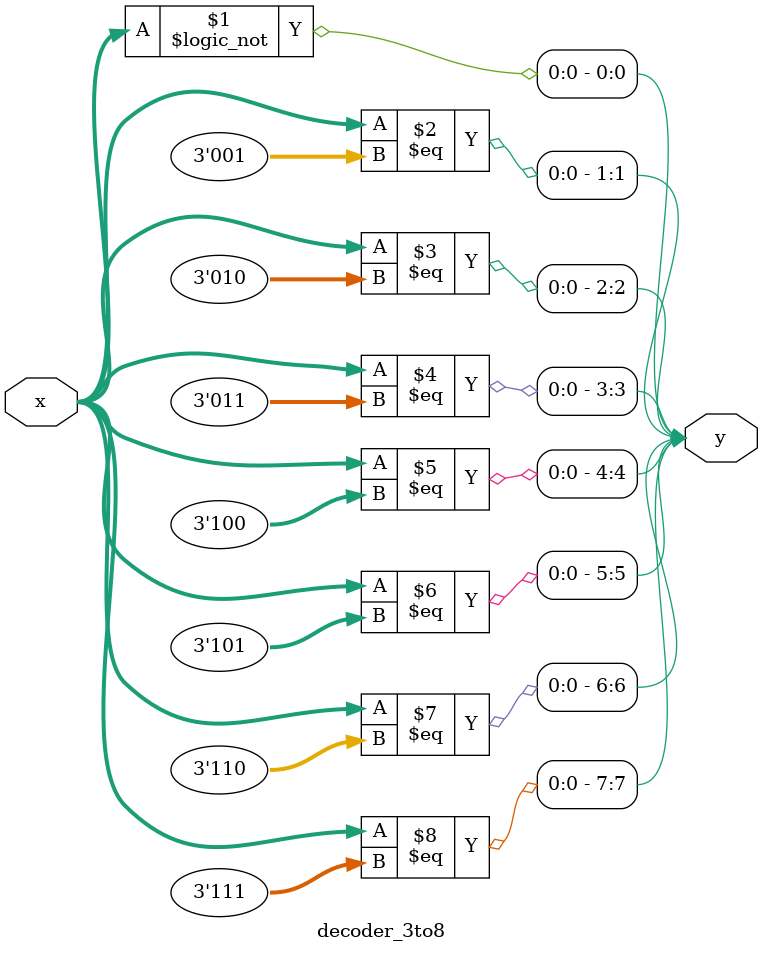
<source format=v>
`timescale 1ns / 1ps


module decoder_3to8(
    input [2:0] x,
    output [7:0] y
    );
    
    assign y[0] = (x == 3'd0);
    assign y[1] = (x == 3'd1);
    assign y[2] = (x == 3'd2);
    assign y[3] = (x == 3'd3);
    assign y[4] = (x == 3'd4);
    assign y[5] = (x == 3'd5);
    assign y[6] = (x == 3'd6);
    assign y[7] = (x == 3'd7);
endmodule

</source>
